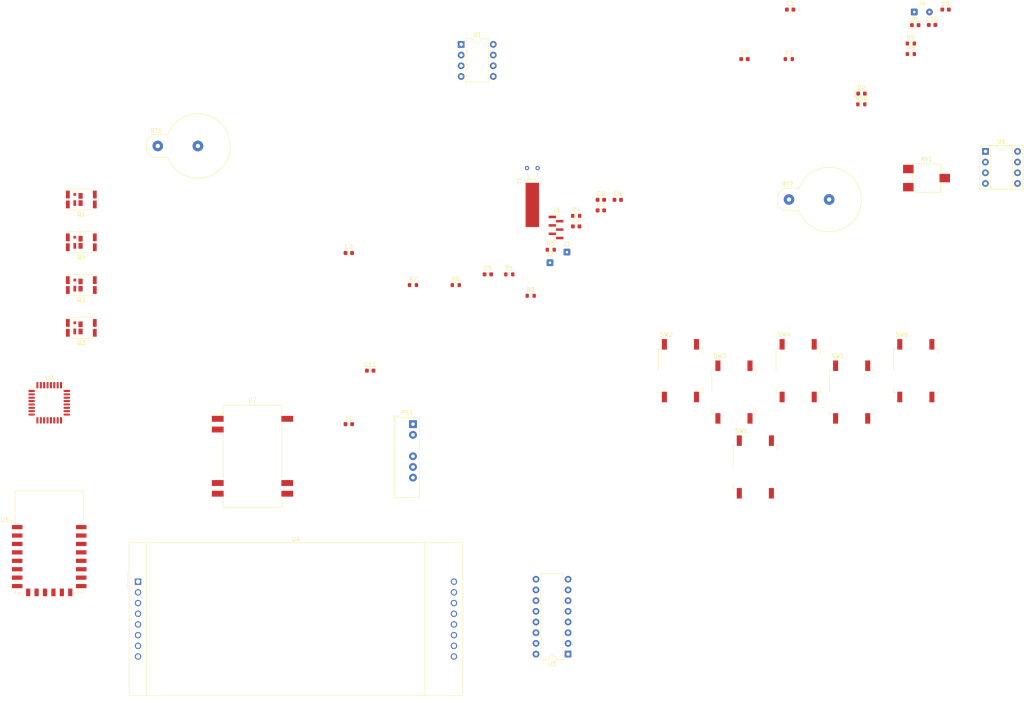
<source format=kicad_pcb>
(kicad_pcb (version 20211014) (generator pcbnew)
  (layers (0 "F.Cu" signal) (31 "B.Cu" signal) (34 "B.Paste" user) (35 "F.Paste" user) (36 "B.SilkS" user "B.Silkscreen") (37 "F.SilkS" user "F.Silkscreen") (38 "B.Mask" user) (39 "F.Mask" user) (44 "Edge.Cuts" user))
  (net 0 "")
  (net 1 "Net-(BT1-Pad1)")
  (net 2 "GND")
  (net 3 "Net-(BT2-Pad1)")
  (net 4 "Net-(BT2-Pad2)")
  (net 5 "Net-(C1-Pad1)")
  (net 6 "Net-(C2-Pad1)")
  (net 7 "+5V")
  (net 8 "+3.3V")
  (net 9 "/Sensors/Aout")
  (net 10 "/Sensors/GND")
  (net 11 "Net-(C10-Pad1)")
  (net 12 "/Power supply/5V Output")
  (net 13 "Net-(C11-Pad2)")
  (net 14 "Net-(D1-Pad1)")
  (net 15 "/Sensors/VCC")
  (net 16 "Net-(D2-Pad2)")
  (net 17 "/V1")
  (net 18 "SWCLK")
  (net 19 "SWDIO")
  (net 20 "NRST")
  (net 22 "Net-(L1-Pad2)")
  (net 24 "/Power supply/3.3V Output")
  (net 25 "Net-(Q1-Pad2)")
  (net 26 "+24V")
  (net 27 "/V3")
  (net 28 "Net-(Q2-Pad2)")
  (net 29 "/V2")
  (net 30 "Net-(Q3-Pad2)")
  (net 31 "/V4")
  (net 32 "Net-(Q4-Pad2)")
  (net 33 "I2C2_SCL")
  (net 34 "Q1")
  (net 35 "Q3")
  (net 36 "Q2")
  (net 37 "Q4")
  (net 38 "Net-(R7-Pad2)")
  (net 39 "/Sensors/Dout")
  (net 40 "/Buttons/SW1")
  (net 43 "/Buttons/SW2")
  (net 46 "/Buttons/SW3")
  (net 49 "/Buttons/SW4")
  (net 52 "/Buttons/SW5")
  (net 55 "/Buttons/SW6")
  (net 58 "I2C2_SDA")
  (net 60 "SW6")
  (net 64 "ADC_IN1")
  (net 65 "USART2_TX")
  (net 66 "USART2_RX")
  (net 67 "ADC1_IN4")
  (net 72 "I2C1_SCL")
  (net 73 "GPIO_Input")
  (net 74 "I2C1_SDA")
  (net 76 "SW1")
  (net 77 "SW2")
  (net 78 "SW3")
  (net 79 "SW4")
  (net 80 "SW5")
  (net 84 "Net-(U3-Pad4)")
  (net 85 "Net-(U3-Pad5)")
  (net 86 "Net-(U3-Pad6)")
  (net 87 "Net-(U3-Pad7)")
  (net 88 "Net-(U3-Pad9)")
  (net 89 "Net-(U3-Pad10)")
  (net 90 "Net-(U3-Pad11)")
  (net 91 "Net-(U3-Pad12)")
  (footprint "Resistor_SMD:R_0603_1608Metric" (layer "F.Cu") (at 203.52 40.33)
    (fp_text reference "R3" (at 0 -1.43) (layer "F.SilkS"))
    (fp_text value "10k")
    (pad "1" smd roundrect (at -0.825 0) (size 0.8 0.95) (layers "F.Cu" "F.Paste" "F.Mask") (net 25 "Net-(Q1-Pad2)"))
    (pad "2" smd roundrect (at 0.825 0) (size 0.8 0.95) (layers "F.Cu" "F.Paste" "F.Mask") (net 34 "Q1"))
  )
  (footprint "Package_DirectFET:DirectFET_MD" (layer "F.Cu") (at 35.56 93.98)
    (fp_text reference "Q2" (at 0 3.5) (layer "F.SilkS"))
    (fp_text value "Valve 3 power")
    (pad "1" smd rect (at -3.2 1.175) (size 0.9 1.85) (layers "F.Cu" "F.Paste" "F.Mask") (net 27 "/V3"))
    (pad "1" smd rect (at 3.2 -1.175) (size 0.9 1.85) (layers "F.Cu" "F.Paste" "F.Mask") (net 27 "/V3"))
    (pad "1" smd rect (at 3.2 1.175) (size 0.9 1.85) (layers "F.Cu" "F.Paste" "F.Mask") (net 27 "/V3"))
    (pad "1" smd rect (at -3.2 -1.175) (size 0.9 1.85) (layers "F.Cu" "F.Paste" "F.Mask") (net 27 "/V3"))
    (pad "2" smd rect (at -1.55 -1.2) (size 0.65 0.65) (layers "F.Cu" "F.Paste" "F.Mask") (net 28 "Net-(Q2-Pad2)"))
    (pad "3" smd rect (at -0.175 0.85) (size 1 1.35) (layers "F.Cu" "F.Paste" "F.Mask") (net 26 "+24V"))
    (pad "3" smd rect (at -1.55 0.85) (size 0.65 1.35) (layers "F.Cu" "F.Paste" "F.Mask") (net 26 "+24V"))
    (pad "3" smd rect (at -0.175 -0.85) (size 1 1.35) (layers "F.Cu" "F.Paste" "F.Mask") (net 26 "+24V"))
  )
  (footprint "Package_DIP:DIP-8_W7.62mm" (layer "F.Cu") (at 125.74 36.84)
    (fp_text reference "U1" (at 3.81 -2.33) (layer "F.SilkS"))
    (fp_text value "DS1307N+")
    (pad "1" thru_hole rect (at 0 0) (size 1.6 1.6) (drill 0.8) (layers *.Cu *.Mask) (net 5 "Net-(C1-Pad1)"))
    (pad "2" thru_hole oval (at 0 2.54) (size 1.6 1.6) (drill 0.8) (layers *.Cu *.Mask) (net 6 "Net-(C2-Pad1)"))
    (pad "3" thru_hole oval (at 0 5.08) (size 1.6 1.6) (drill 0.8) (layers *.Cu *.Mask) (net 1 "Net-(BT1-Pad1)"))
    (pad "4" thru_hole oval (at 0 7.62) (size 1.6 1.6) (drill 0.8) (layers *.Cu *.Mask) (net 2 "GND"))
    (pad "5" thru_hole oval (at 7.62 7.62) (size 1.6 1.6) (drill 0.8) (layers *.Cu *.Mask) (net 58 "I2C2_SDA"))
    (pad "6" thru_hole oval (at 7.62 5.08) (size 1.6 1.6) (drill 0.8) (layers *.Cu *.Mask) (net 33 "I2C2_SCL"))
    (pad "7" thru_hole oval (at 7.62 2.54) (size 1.6 1.6) (drill 0.8) (layers *.Cu *.Mask))
    (pad "8" thru_hole oval (at 7.62 0) (size 1.6 1.6) (drill 0.8) (layers *.Cu *.Mask) (net 7 "+5V"))
  )
  (footprint "Potentiometer_SMD:Potentiometer_ACP_CA6-VSMD_Vertical" (layer "F.Cu") (at 236.22 68.58)
    (fp_text reference "RV1" (at 0 -4.5) (layer "F.SilkS"))
    (fp_text value "10k")
    (pad "1" smd rect (at -4.325 2.15) (size 2.5 2) (layers "F.Cu" "F.Paste" "F.Mask") (net 15 "/Sensors/VCC"))
    (pad "2" smd rect (at 4.325 0) (size 2.5 2) (layers "F.Cu" "F.Paste" "F.Mask") (net 11 "Net-(C10-Pad1)"))
    (pad "3" smd rect (at -4.325 -2.15) (size 2.5 2) (layers "F.Cu" "F.Paste" "F.Mask") (net 10 "/Sensors/GND"))
  )
  (footprint "Battery:BatteryHolder_Keystone_500" (layer "F.Cu") (at 203.573395 73.66)
    (fp_text reference "BT2" (at -0.35 -3.6) (layer "F.SilkS"))
    (fp_text value "3V")
    (pad "1" thru_hole circle (at 0 0) (size 2.5 2.5) (drill 1.02) (layers *.Cu *.Mask) (net 3 "Net-(BT2-Pad1)"))
    (pad "2" thru_hole circle (at 9.53 0) (size 2.54 2.54) (drill 1.02) (layers *.Cu *.Mask) (net 4 "Net-(BT2-Pad2)"))
  )
  (footprint "Capacitor_SMD:C_0603_1608Metric" (layer "F.Cu") (at 162.91 73.74)
    (fp_text reference "C6" (at 0 -1.43) (layer "F.SilkS"))
    (fp_text value "100nF")
    (pad "1" smd roundrect (at -0.775 0) (size 0.9 0.95) (layers "F.Cu" "F.Paste" "F.Mask") (net 8 "+3.3V"))
    (pad "2" smd roundrect (at 0.775 0) (size 0.9 0.95) (layers "F.Cu" "F.Paste" "F.Mask") (net 2 "GND"))
  )
  (footprint "Package_DIP:DIP-16_W7.62mm" (layer "F.Cu") (at 151.12 181.595 180)
    (fp_text reference "U3" (at 3.81 -2.33) (layer "F.SilkS"))
    (fp_text value "PCF8574")
    (pad "1" thru_hole rect (at 0 0 180) (size 1.6 1.6) (drill 0.8) (layers *.Cu *.Mask))
    (pad "2" thru_hole oval (at 0 2.54 180) (size 1.6 1.6) (drill 0.8) (layers *.Cu *.Mask))
    (pad "3" thru_hole oval (at 0 5.08 180) (size 1.6 1.6) (drill 0.8) (layers *.Cu *.Mask))
    (pad "4" thru_hole oval (at 0 7.62 180) (size 1.6 1.6) (drill 0.8) (layers *.Cu *.Mask) (net 84 "Net-(U3-Pad4)"))
    (pad "5" thru_hole oval (at 0 10.16 180) (size 1.6 1.6) (drill 0.8) (layers *.Cu *.Mask) (net 85 "Net-(U3-Pad5)"))
    (pad "6" thru_hole oval (at 0 12.7 180) (size 1.6 1.6) (drill 0.8) (layers *.Cu *.Mask) (net 86 "Net-(U3-Pad6)"))
    (pad "7" thru_hole oval (at 0 15.24 180) (size 1.6 1.6) (drill 0.8) (layers *.Cu *.Mask) (net 87 "Net-(U3-Pad7)"))
    (pad "8" thru_hole oval (at 0 17.78 180) (size 1.6 1.6) (drill 0.8) (layers *.Cu *.Mask) (net 2 "GND"))
    (pad "9" thru_hole oval (at 7.62 17.78 180) (size 1.6 1.6) (drill 0.8) (layers *.Cu *.Mask) (net 88 "Net-(U3-Pad9)"))
    (pad "10" thru_hole oval (at 7.62 15.24 180) (size 1.6 1.6) (drill 0.8) (layers *.Cu *.Mask) (net 89 "Net-(U3-Pad10)"))
    (pad "11" thru_hole oval (at 7.62 12.7 180) (size 1.6 1.6) (drill 0.8) (layers *.Cu *.Mask) (net 90 "Net-(U3-Pad11)"))
    (pad "12" thru_hole oval (at 7.62 10.16 180) (size 1.6 1.6) (drill 0.8) (layers *.Cu *.Mask) (net 91 "Net-(U3-Pad12)"))
    (pad "13" thru_hole oval (at 7.62 7.62 180) (size 1.6 1.6) (drill 0.8) (layers *.Cu *.Mask))
    (pad "14" thru_hole oval (at 7.62 5.08 180) (size 1.6 1.6) (drill 0.8) (layers *.Cu *.Mask) (net 72 "I2C1_SCL"))
    (pad "15" thru_hole oval (at 7.62 2.54 180) (size 1.6 1.6) (drill 0.8) (layers *.Cu *.Mask) (net 74 "I2C1_SDA"))
    (pad "16" thru_hole oval (at 7.62 0 180) (size 1.6 1.6) (drill 0.8) (layers *.Cu *.Mask) (net 8 "+3.3V"))
  )
  (footprint "Resistor_SMD:R_0603_1608Metric" (layer "F.Cu") (at 137.16 91.44)
    (fp_text reference "R1" (at 0 -1.43) (layer "F.SilkS"))
    (fp_text value "3k")
    (pad "1" smd roundrect (at -0.825 0) (size 0.8 0.95) (layers "F.Cu" "F.Paste" "F.Mask") (net 7 "+5V"))
    (pad "2" smd roundrect (at 0.825 0) (size 0.8 0.95) (layers "F.Cu" "F.Paste" "F.Mask") (net 33 "I2C2_SCL"))
  )
  (footprint "Resistor_SMD:R_0603_1608Metric" (layer "F.Cu") (at 220.74 51.07)
    (fp_text reference "R10" (at 0 -1.43) (layer "F.SilkS"))
    (fp_text value "1k")
    (pad "1" smd roundrect (at -0.825 0) (size 0.8 0.95) (layers "F.Cu" "F.Paste" "F.Mask") (net 15 "/Sensors/VCC"))
    (pad "2" smd roundrect (at 0.825 0) (size 0.8 0.95) (layers "F.Cu" "F.Paste" "F.Mask") (net 16 "Net-(D2-Pad2)"))
  )
  (footprint "Capacitor_SMD:C_0603_1608Metric" (layer "F.Cu") (at 240.74 28.58)
    (fp_text reference "C9" (at 0 -1.43) (layer "F.SilkS"))
    (fp_text value "104")
    (pad "1" smd roundrect (at -0.775 0) (size 0.9 0.95) (layers "F.Cu" "F.Paste" "F.Mask") (net 9 "/Sensors/Aout"))
    (pad "2" smd roundrect (at 0.775 0) (size 0.9 0.95) (layers "F.Cu" "F.Paste" "F.Mask") (net 10 "/Sensors/GND"))
  )
  (footprint "LED_SMD:LED_0603_1608Metric" (layer "F.Cu") (at 220.78 48.52)
    (fp_text reference "D2" (at 0 -1.43) (layer "F.SilkS"))
    (fp_text value "Power LED")
    (pad "1" smd roundrect (at -0.7875 0) (size 0.875 0.95) (layers "F.Cu" "F.Paste" "F.Mask") (net 10 "/Sensors/GND"))
    (pad "2" smd roundrect (at 0.7875 0) (size 0.875 0.95) (layers "F.Cu" "F.Paste" "F.Mask") (net 16 "Net-(D2-Pad2)"))
  )
  (footprint "Connector_PinHeader_1.00mm:PinHeader_1x06_P1.00mm_Vertical_SMD_Pin1Left" (layer "F.Cu") (at 148.26 80.31)
    (fp_text reference "J3" (at 0 -4.06) (layer "F.SilkS"))
    (fp_text value "Conn_01x06")
    (pad "1" smd rect (at -0.875 -2.5) (size 1.75 0.6) (layers "F.Cu" "F.Paste" "F.Mask") (net 8 "+3.3V"))
    (pad "2" smd rect (at 0.875 -1.5) (size 1.75 0.6) (layers "F.Cu" "F.Paste" "F.Mask") (net 18 "SWCLK"))
    (pad "3" smd rect (at -0.875 -0.5) (size 1.75 0.6) (layers "F.Cu" "F.Paste" "F.Mask") (net 2 "GND"))
    (pad "4" smd rect (at 0.875 0.5) (size 1.75 0.6) (layers "F.Cu" "F.Paste" "F.Mask") (net 19 "SWDIO"))
    (pad "5" smd rect (at -0.875 1.5) (size 1.75 0.6) (layers "F.Cu" "F.Paste" "F.Mask") (net 20 "NRST"))
    (pad "6" smd rect (at 0.875 2.5) (size 1.75 0.6) (layers "F.Cu" "F.Paste" "F.Mask"))
  )
  (footprint "Resistor_SMD:R_0603_1608Metric" (layer "F.Cu") (at 232.49 39.14)
    (fp_text reference "R8" (at 0 -1.43) (layer "F.SilkS"))
    (fp_text value "10k")
    (pad "1" smd roundrect (at -0.825 0) (size 0.8 0.95) (layers "F.Cu" "F.Paste" "F.Mask") (net 15 "/Sensors/VCC"))
    (pad "2" smd roundrect (at 0.825 0) (size 0.8 0.95) (layers "F.Cu" "F.Paste" "F.Mask") (net 9 "/Sensors/Aout"))
  )
  (footprint "Capacitor_SMD:C_0603_1608Metric" (layer "F.Cu") (at 237.54 32.23)
    (fp_text reference "C10" (at 0 -1.43) (layer "F.SilkS"))
    (fp_text value "104")
    (pad "1" smd roundrect (at -0.775 0) (size 0.9 0.95) (layers "F.Cu" "F.Paste" "F.Mask") (net 11 "Net-(C10-Pad1)"))
    (pad "2" smd roundrect (at 0.775 0) (size 0.9 0.95) (layers "F.Cu" "F.Paste" "F.Mask") (net 10 "/Sensors/GND"))
  )
  (footprint "Capacitor_SMD:C_0603_1608Metric" (layer "F.Cu") (at 158.9 76.25)
    (fp_text reference "C3" (at 0 -1.43) (layer "F.SilkS"))
    (fp_text value "100nF")
    (pad "1" smd roundrect (at -0.775 0) (size 0.9 0.95) (layers "F.Cu" "F.Paste" "F.Mask") (net 7 "+5V"))
    (pad "2" smd roundrect (at 0.775 0) (size 0.9 0.95) (layers "F.Cu" "F.Paste" "F.Mask") (net 2 "GND"))
  )
  (footprint "Resistor_SMD:R_0603_1608Metric" (layer "F.Cu") (at 114.3 93.98)
    (fp_text reference "R7" (at 0 -1.43) (layer "F.SilkS"))
    (fp_text value "100k")
    (pad "1" smd roundrect (at -0.825 0) (size 0.8 0.95) (layers "F.Cu" "F.Paste" "F.Mask") (net 8 "+3.3V"))
    (pad "2" smd roundrect (at 0.825 0) (size 0.8 0.95) (layers "F.Cu" "F.Paste" "F.Mask") (net 38 "Net-(R7-Pad2)"))
  )
  (footprint "Resistor_SMD:R_0603_1608Metric" (layer "F.Cu") (at 232.49 36.63)
    (fp_text reference "R9" (at 0 -1.43) (layer "F.SilkS"))
    (fp_text value "1k")
    (pad "1" smd roundrect (at -0.825 0) (size 0.8 0.95) (layers "F.Cu" "F.Paste" "F.Mask") (net 14 "Net-(D1-Pad1)"))
    (pad "2" smd roundrect (at 0.825 0) (size 0.8 0.95) (layers "F.Cu" "F.Paste" "F.Mask") (net 39 "/Sensors/Dout"))
  )
  (footprint "Inductor_SMD:L_0603_1608Metric" (layer "F.Cu") (at 99.06 127)
    (fp_text reference "L1" (at 0 -1.43) (layer "F.SilkS"))
    (fp_text value "18uH")
    (pad "1" smd roundrect (at -0.7875 0) (size 0.875 0.95) (layers "F.Cu" "F.Paste" "F.Mask") (net 12 "/Power supply/5V Output"))
    (pad "2" smd roundrect (at 0.7875 0) (size 0.875 0.95) (layers "F.Cu" "F.Paste" "F.Mask") (net 22 "Net-(L1-Pad2)"))
  )
  (footprint "Package_QFP:LQFP-32_7x7mm_P0.8mm" (layer "F.Cu") (at 27.94 121.92)
    (fp_text reference "U2" (at 0 -5.88) (layer "F.SilkS"))
    (fp_text value "STM32G071KxT")
    (pad "1" smd roundrect (at -4.175 -2.8) (size 1.5 0.5) (layers "F.Cu" "F.Paste" "F.Mask") (net 60 "SW6"))
    (pad "2" smd roundrect (at -4.175 -2) (size 1.5 0.5) (layers "F.Cu" "F.Paste" "F.Mask"))
    (pad "3" smd roundrect (at -4.175 -1.2) (size 1.5 0.5) (layers "F.Cu" "F.Paste" "F.Mask"))
    (pad "4" smd roundrect (at -4.175 -0.4) (size 1.5 0.5) (layers "F.Cu" "F.Paste" "F.Mask") (net 8 "+3.3V"))
    (pad "5" smd roundrect (at -4.175 0.4) (size 1.5 0.5) (layers "F.Cu" "F.Paste" "F.Mask") (net 2 "GND"))
    (pad "6" smd roundrect (at -4.175 1.2) (size 1.5 0.5) (layers "F.Cu" "F.Paste" "F.Mask") (net 20 "NRST"))
    (pad "7" smd roundrect (at -4.175 2) (size 1.5 0.5) (layers "F.Cu" "F.Paste" "F.Mask"))
    (pad "8" smd roundrect (at -4.175 2.8) (size 1.5 0.5) (layers "F.Cu" "F.Paste" "F.Mask") (net 64 "ADC_IN1"))
    (pad "9" smd roundrect (at -2.8 4.175) (size 0.5 1.5) (layers "F.Cu" "F.Paste" "F.Mask") (net 65 "USART2_TX"))
    (pad "10" smd roundrect (at -2 4.175) (size 0.5 1.5) (layers "F.Cu" "F.Paste" "F.Mask") (net 66 "USART2_RX"))
    (pad "11" smd roundrect (at -1.2 4.175) (size 0.5 1.5) (layers "F.Cu" "F.Paste" "F.Mask") (net 67 "ADC1_IN4"))
    (pad "12" smd roundrect (at -0.4 4.175) (size 0.5 1.5) (layers "F.Cu" "F.Paste" "F.Mask"))
    (pad "13" smd roundrect (at 0.4 4.175) (size 0.5 1.5) (layers "F.Cu" "F.Paste" "F.Mask"))
    (pad "14" smd roundrect (at 1.2 4.175) (size 0.5 1.5) (layers "F.Cu" "F.Paste" "F.Mask"))
    (pad "15" smd roundrect (at 2 4.175) (size 0.5 1.5) (layers "F.Cu" "F.Paste" "F.Mask") (net 34 "Q1"))
    (pad "16" smd roundrect (at 2.8 4.175) (size 0.5 1.5) (layers "F.Cu" "F.Paste" "F.Mask") (net 36 "Q2"))
    (pad "17" smd roundrect (at 4.175 2.8) (size 1.5 0.5) (layers "F.Cu" "F.Paste" "F.Mask") (net 35 "Q3"))
    (pad "18" smd roundrect (at 4.175 2) (size 1.5 0.5) (layers "F.Cu" "F.Paste" "F.Mask"))
    (pad "19" smd roundrect (at 4.175 1.2) (size 1.5 0.5) (layers "F.Cu" "F.Paste" "F.Mask") (net 72 "I2C1_SCL"))
    (pad "20" smd roundrect (at 4.175 0.4) (size 1.5 0.5) (layers "F.Cu" "F.Paste" "F.Mask") (net 73 "GPIO_Input"))
    (pad "21" smd roundrect (at 4.175 -0.4) (size 1.5 0.5) (layers "F.Cu" "F.Paste" "F.Mask") (net 74 "I2C1_SDA"))
    (pad "22" smd roundrect (at 4.175 -1.2) (size 1.5 0.5) (layers "F.Cu" "F.Paste" "F.Mask") (net 33 "I2C2_SCL"))
    (pad "23" smd roundrect (at 4.175 -2) (size 1.5 0.5) (layers "F.Cu" "F.Paste" "F.Mask") (net 58 "I2C2_SDA"))
    (pad "24" smd roundrect (at 4.175 -2.8) (size 1.5 0.5) (layers "F.Cu" "F.Paste" "F.Mask") (net 19 "SWDIO"))
    (pad "25" smd roundrect (at 2.8 -4.175) (size 0.5 1.5) (layers "F.Cu" "F.Paste" "F.Mask") (net 18 "SWCLK"))
    (pad "26" smd roundrect (at 2 -4.175) (size 0.5 1.5) (layers "F.Cu" "F.Paste" "F.Mask"))
    (pad "27" smd roundrect (at 1.2 -4.175) (size 0.5 1.5) (layers "F.Cu" "F.Paste" "F.Mask") (net 37 "Q4"))
    (pad "28" smd roundrect (at 0.4 -4.175) (size 0.5 1.5) (layers "F.Cu" "F.Paste" "F.Mask") (net 76 "SW1"))
    (pad "29" smd roundrect (at -0.4 -4.175) (size 0.5 1.5) (layers "F.Cu" "F.Paste" "F.Mask") (net 77 "SW2"))
    (pad "30" smd roundrect (at -1.2 -4.175) (size 0.5 1.5) (layers "F.Cu" "F.Paste" "F.Mask") (net 78 "SW3"))
    (pad "31" smd roundrect (at -2 -4.175) (size 0.5 1.5) (layers "F.Cu" "F.Paste" "F.Mask") (net 79 "SW4"))
    (pad "32" smd roundrect (at -2.8 -4.175) (size 0.5 1.5) (layers "F.Cu" "F.Paste" "F.Mask") (net 80 "SW5"))
  )
  (footprint "Button_Switch_SMD:SW_MEC_5GSH9" (layer "F.Cu") (at 218.44 119.38)
    (fp_text reference "SW5" (at -3.325 -8.575 180) (layer "F.SilkS"))
    (fp_text value "SW_MEC_5E")
    (pad "1" smd rect (at -3.81 -6.25 90) (size 2.5 1.2) (layers "F.Cu" "F.Paste" "F.Mask") (net 52 "/Buttons/SW5"))
    (pad "2" smd rect (at -3.81 6.25 90) (size 2.5 1.2) (layers "F.Cu" "F.Paste" "F.Mask"))
    (pad "3" smd rect (at 3.81 -6.25 90) (size 2.5 1.2) (layers "F.Cu" "F.Paste" "F.Mask") (net 2 "GND"))
    (pad "4" smd rect (at 3.81 6.25 90) (size 2.5 1.2) (layers "F.Cu" "F.Paste" "F.Mask"))
  )
  (footprint "Button_Switch_SMD:SW_MEC_5GSH9" (layer "F.Cu") (at 233.68 114.3)
    (fp_text reference "SW6" (at -3.325 -8.575 180) (layer "F.SilkS"))
    (fp_text value "SW_MEC_5E")
    (pad "1" smd rect (at -3.81 -6.25 90) (size 2.5 1.2) (layers "F.Cu" "F.Paste" "F.Mask") (net 55 "/Buttons/SW6"))
    (pad "2" smd rect (at -3.81 6.25 90) (size 2.5 1.2) (layers "F.Cu" "F.Paste" "F.Mask"))
    (pad "3" smd rect (at 3.81 -6.25 90) (size 2.5 1.2) (layers "F.Cu" "F.Paste" "F.Mask") (net 2 "GND"))
    (pad "4" smd rect (at 3.81 6.25 90) (size 2.5 1.2) (layers "F.Cu" "F.Paste" "F.Mask"))
  )
  (footprint "Capacitor_SMD:C_0603_1608Metric" (layer "F.Cu") (at 104.14 114.3)
    (fp_text reference "C11" (at 0 -1.43) (layer "F.SilkS"))
    (fp_text value "2.2uF")
    (pad "1" smd roundrect (at -0.775 0) (size 0.9 0.95) (layers "F.Cu" "F.Paste" "F.Mask") (net 12 "/Power supply/5V Output"))
    (pad "2" smd roundrect (at 0.775 0) (size 0.9 0.95) (layers "F.Cu" "F.Paste" "F.Mask") (net 13 "Net-(C11-Pad2)"))
  )
  (footprint "Connector_Wire:SolderWire-0.1sqmm_1x01_D0.4mm_OD1mm" (layer "F.Cu") (at 146.83 88.67)
    (fp_text reference "J2" (at 0 -2) (layer "F.SilkS"))
    (fp_text value "Valve output ground")
    (pad "1" thru_hole roundrect (at 0 0) (size 1.6 1.6) (drill 0.6) (layers *.Cu *.Mask) (roundrect_rratio 0.15625) (net 2 "GND"))
  )
  (footprint "RF_Module:ESP-12E" (layer "F.Cu") (at 27.94 154.94)
    (fp_text reference "U5" (at -10.56 -5.26) (layer "F.SilkS"))
    (fp_text value "ESP-12E")
    (pad "1" smd rect (at -7.6 -3.5) (size 2.5 1) (layers "F.Cu" "F.Paste" "F.Mask") (net 38 "Net-(R7-Pad2)"))
    (pad "2" smd rect (at -7.6 -1.5) (size 2.5 1) (layers "F.Cu" "F.Paste" "F.Mask") (net 67 "ADC1_IN4"))
    (pad "3" smd rect (at -7.6 0.5) (size 2.5 1) (layers "F.Cu" "F.Paste" "F.Mask") (net 8 "+3.3V"))
    (pad "4" smd rect (at -7.6 2.5) (size 2.5 1) (layers "F.Cu" "F.Paste" "F.Mask"))
    (pad "5" smd rect (at -7.6 4.5) (size 2.5 1) (layers "F.Cu" "F.Paste" "F.Mask"))
    (pad "6" smd rect (at -7.6 6.5) (size 2.5 1) (layers "F.Cu" "F.Paste" "F.Mask"))
    (pad "7" smd rect (at -7.6 8.5) (size 2.5 1) (layers "F.Cu" "F.Paste" "F.Mask"))
    (pad "8" smd rect (at -7.6 10.5) (size 2.5 1) (layers "F.Cu" "F.Paste" "F.Mask") (net 8 "+3.3V"))
    (pad "9" smd rect (at -5 12) (size 1 1.8) (layers "F.Cu" "F.Paste" "F.Mask"))
    (pad "10" smd rect (at -3 12) (size 1 1.8) (layers "F.Cu" "F.Paste" "F.Mask"))
    (pad "11" smd rect (at -1 12) (size 1 1.8) (layers "F.Cu" "F.Paste" "F.Mask"))
    (pad "12" smd rect (at 1 12) (size 1 1.8) (layers "F.Cu" "F.Paste" "F.Mask"))
    (pad "13" smd rect (at 3 12) (size 1 1.8) (layers "F.Cu" "F.Paste" "F.Mask"))
    (pad "14" smd rect (at 5 12) (size 1 1.8) (layers "F.Cu" "F.Paste" "F.Mask"))
    (pad "15" smd rect (at 7.6 10.5) (size 2.5 1) (layers "F.Cu" "F.Paste" "F.Mask") (net 2 "GND"))
    (pad "16" smd rect (at 7.6 8.5) (size 2.5 1) (layers "F.Cu" "F.Paste" "F.Mask"))
    (pad "17" smd rect (at 7.6 6.5) (size 2.5 1) (layers "F.Cu" "F.Paste" "F.Mask"))
    (pad "18" smd rect (at 7.6 4.5) (size 2.5 1) (layers "F.Cu" "F.Paste" "F.Mask"))
    (pad "19" smd rect (at 7.6 2.5) (size 2.5 1) (layers "F.Cu" "F.Paste" "F.Mask"))
    (pad "20" smd rect (at 7.6 0.5) (size 2.5 1) (layers "F.Cu" "F.Paste" "F.Mask"))
    (pad "21" smd rect (at 7.6 -1.5) (size 2.5 1) (layers "F.Cu" "F.Paste" "F.Mask") (net 66 "USART2_RX"))
    (pad "22" smd rect (at 7.6 -3.5) (size 2.5 1) (layers "F.Cu" "F.Paste" "F.Mask") (net 65 "USART2_TX"))
  )
  (footprint "Battery:BatteryHolder_Keystone_500" (layer "F.Cu") (at 53.713395 60.96)
    (fp_text reference "BT1" (at -0.35 -3.6) (layer "F.SilkS"))
    (fp_text value "3V")
    (pad "1" thru_hole circle (at 0 0) (size 2.5 2.5) (drill 1.02) (layers *.Cu *.Mask) (net 1 "Net-(BT1-Pad1)"))
    (pad "2" thru_hole circle (at 9.53 0) (size 2.54 2.54) (drill 1.02) (layers *.Cu *.Mask) (net 2 "GND"))
  )
  (footprint "Converter_DCDC:Converter_DCDC_XP_POWER-IAxxxxS_THT" (layer "F.Cu") (at 114.3 127)
    (fp_text reference "PS1" (at -1.39 -2.73) (layer "F.SilkS"))
    (fp_text value "IA0503S")
    (pad "1" thru_hole rect (at 0 0) (size 1.85 1.85) (drill 0.85) (layers *.Cu *.Mask) (net 22 "Net-(L1-Pad2)"))
    (pad "2" thru_hole circle (at 0 2.54) (size 1.85 1.85) (drill 0.85) (layers *.Cu *.Mask) (net 13 "Net-(C11-Pad2)"))
    (pad "4" thru_hole circle (at 0 7.62) (size 1.85 1.85) (drill 0.85) (layers *.Cu *.Mask) (net 2 "GND"))
    (pad "5" thru_hole circle (at 0 10.16) (size 1.85 1.85) (drill 0.85) (layers *.Cu *.Mask))
    (pad "6" thru_hole circle (at 0 12.7) (size 1.85 1.85) (drill 0.85) (layers *.Cu *.Mask) (net 24 "/Power supply/3.3V Output"))
  )
  (footprint "Package_DirectFET:DirectFET_MD" (layer "F.Cu") (at 35.56 73.66)
    (fp_text reference "Q1" (at 0 3.5) (layer "F.SilkS"))
    (fp_text value "Valve 1 power")
    (pad "1" smd rect (at -3.2 -1.175) (size 0.9 1.85) (layers "F.Cu" "F.Paste" "F.Mask") (net 17 "/V1"))
    (pad "1" smd rect (at -3.2 1.175) (size 0.9 1.85) (layers "F.Cu" "F.Paste" "F.Mask") (net 17 "/V1"))
    (pad "1" smd rect (at 3.2 1.175) (size 0.9 1.85) (layers "F.Cu" "F.Paste" "F.Mask") (net 17 "/V1"))
    (pad "1" smd rect (at 3.2 -1.175) (size 0.9 1.85) (layers "F.Cu" "F.Paste" "F.Mask") (net 17 "/V1"))
    (pad "2" smd rect (at -1.55 -1.2) (size 0.65 0.65) (layers "F.Cu" "F.Paste" "F.Mask") (net 25 "Net-(Q1-Pad2)"))
    (pad "3" smd rect (at -0.175 0.85) (size 1 1.35) (layers "F.Cu" "F.Paste" "F.Mask") (net 26 "+24V"))
    (pad "3" smd rect (at -0.175 -0.85) (size 1 1.35) (layers "F.Cu" "F.Paste" "F.Mask") (net 26 "+24V"))
    (pad "3" smd rect (at -1.55 0.85) (size 0.65 1.35) (layers "F.Cu" "F.Paste" "F.Mask") (net 26 "+24V"))
  )
  (footprint "Capacitor_SMD:C_0603_1608Metric" (layer "F.Cu") (at 203.84 28.58)
    (fp_text reference "C1" (at 0 -1.43) (layer "F.SilkS"))
    (fp_text value "12.5pF")
    (pad "1" smd roundrect (at -0.775 0) (size 0.9 0.95) (layers "F.Cu" "F.Paste" "F.Mask") (net 5 "Net-(C1-Pad1)"))
    (pad "2" smd roundrect (at 0.775 0) (size 0.9 0.95) (layers "F.Cu" "F.Paste" "F.Mask") (net 2 "GND"))
  )
  (footprint "Button_Switch_SMD:SW_MEC_5GSH9" (layer "F.Cu") (at 195.58 137.16)
    (fp_text reference "SW1" (at -3.325 -8.575 180) (layer "F.SilkS"))
    (fp_text value "SW_MEC_5E")
    (pad "1" smd rect (at -3.81 -6.25 90) (size 2.5 1.2) (layers "F.Cu" "F.Paste" "F.Mask") (net 40 "/Buttons/SW1"))
    (pad "2" smd rect (at -3.81 6.25 90) (size 2.5 1.2) (layers "F.Cu" "F.Paste" "F.Mask"))
    (pad "3" smd rect (at 3.81 -6.25 90) (size 2.5 1.2) (layers "F.Cu" "F.Paste" "F.Mask") (net 2 "GND"))
    (pad "4" smd rect (at 3.81 6.25 90) (size 2.5 1.2) (layers "F.Cu" "F.Paste" "F.Mask"))
  )
  (footprint "Capacitor_SMD:C_0603_1608Metric" (layer "F.Cu") (at 132.08 91.44)
    (fp_text reference "C5" (at 0 -1.43) (layer "F.SilkS"))
    (fp_text value "100nF")
    (pad "1" smd roundrect (at -0.775 0) (size 0.9 0.95) (layers "F.Cu" "F.Paste" "F.Mask") (net 8 "+3.3V"))
    (pad "2" smd roundrect (at 0.775 0) (size 0.9 0.95) (layers "F.Cu" "F.Paste" "F.Mask") (net 2 "GND"))
  )
  (footprint "Resistor_SMD:R_0603_1608Metric" (layer "F.Cu") (at 124.46 93.98)
    (fp_text reference "R6" (at 0 -1.43) (layer "F.SilkS"))
    (fp_text value "10k")
    (pad "1" smd roundrect (at -0.825 0) (size 0.8 0.95) (layers "F.Cu" "F.Paste" "F.Mask") (net 32 "Net-(Q4-Pad2)"))
    (pad "2" smd roundrect (at 0.825 0) (size 0.8 0.95) (layers "F.Cu" "F.Paste" "F.Mask") (net 37 "Q4"))
  )
  (footprint "Capacitor_SMD:C_0603_1608Metric" (layer "F.Cu") (at 192.99 40.33)
    (fp_text reference "C7" (at 0 -1.43) (layer "F.SilkS"))
    (fp_text value "100nF")
    (pad "1" smd roundrect (at -0.775 0) (size 0.9 0.95) (layers "F.Cu" "F.Paste" "F.Mask") (net 8 "+3.3V"))
    (pad "2" smd roundrect (at 0.775 0) (size 0.9 0.95) (layers "F.Cu" "F.Paste" "F.Mask") (net 2 "GND"))
  )
  (footprint "Connector_Wire:SolderWire-0.1sqmm_1x02_P3.6mm_D0.4mm_OD1mm" (layer "F.Cu") (at 233.31 29.15)
    (fp_text reference "J4" (at 1.8 -2) (layer "F.SilkS"))
    (fp_text value "Conn_01x02")
    (pad "1" thru_hole roundrect (at 0 0) (size 1.6 1.6) (drill 0.6) (layers *.Cu *.Mask) (roundrect_rratio 0.15625) (net 10 "/Sensors/GND"))
    (pad "2" thru_hole circle (at 3.6 0) (size 1.6 1.6) (drill 0.6) (layers *.Cu *.Mask) (net 9 "/Sensors/Aout"))
  )
  (footprint "Button_Switch_SMD:SW_MEC_5GSH9" (layer "F.Cu") (at 177.8 114.3)
    (fp_text reference "SW2" (at -3.325 -8.575 180) (layer "F.SilkS"))
    (fp_text value "SW_MEC_5E")
    (pad "1" smd rect (at -3.81 -6.25 90) (size 2.5 1.2) (layers "F.Cu" "F.Paste" "F.Mask") (net 43 "/Buttons/SW2"))
    (pad "2" smd rect (at -3.81 6.25 90) (size 2.5 1.2) (layers "F.Cu" "F.Paste" "F.Mask"))
    (pad "3" smd rect (at 3.81 -6.25 90) (size 2.5 1.2) (layers "F.Cu" "F.Paste" "F.Mask") (net 2 "GND"))
    (pad "4" smd rect (at 3.81 6.25 90) (size 2.5 1.2) (layers "F.Cu" "F.Paste" "F.Mask"))
  )
  (footprint "Converter_DCDC:Converter_DCDC_Artesyn_ATA_SMD" (layer "F.Cu") (at 76.2 134.62)
    (fp_text reference "U7" (at 0 -13.35) (layer "F.SilkS"))
    (fp_text value "ATA00A18S-L")
    (pad "1" smd rect (at -8.25 -8.89) (size 2.8 1.4) (layers "F.Cu" "F.Paste" "F.Mask") (net 2 "GND"))
    (pad "2" smd rect (at -8.25 -6.35) (size 2.8 1.4) (layers "F.Cu" "F.Paste" "F.Mask"))
    (pad "7" smd rect (at -8.25 6.35) (size 2.8 1.4) (layers "F.Cu" "F.Paste" "F.Mask"))
    (pad "8" smd rect (at -8.25 8.89) (size 2.8 1.4) (layers "F.Cu" "F.Paste" "F.Mask"))
    (pad "9" smd rect (at 8.25 8.89) (size 2.8 1.4) (layers "F.Cu" "F.Paste" "F.Mask") (net 12 "/Power supply/5V Output"))
    (pad "10" smd rect (at 8.25 6.35) (size 2.8 1.4) (layers "F.Cu" "F.Paste" "F.Mask") (net 13 "Net-(C11-Pad2)"))
    (pad "16" smd rect (at 8.25 -8.89) (size 2.8 1.4) (layers "F.Cu" "F.Paste" "F.Mask") (net 26 "+24V"))
  )
  (footprint "Package_DirectFET:DirectFET_MD" (layer "F.Cu") (at 35.56 83.82)
    (fp_text reference "Q4" (at 0 3.5) (layer "F.SilkS"))
    (fp_text value "Valve 4 power")
    (pad "1" smd rect (at 3.2 -1.175) (size 0.9 1.85) (layers "F.Cu" "F.Paste" "F.Mask") (net 31 "/V4"))
    (pad "1" smd rect (at -3.2 -1.175) (size 0.9 1.85) (layers "F.Cu" "F.Paste" "F.Mask") (net 31 "/V4"))
    (pad "1" smd rect (at 3.2 1.175) (size 0.9 1.85) (layers "F.Cu" "F.Paste" "F.Mask") (net 31 "/V4"))
    (pad "1" smd rect (at -3.2 1.175) (size 0.9 1.85) (layers "F.Cu" "F.Paste" "F.Mask") (net 31 "/V4"))
    (pad "2" smd rect (at -1.55 -1.2) (size 0.65 0.65) (layers "F.Cu" "F.Paste" "F.Mask") (net 32 "Net-(Q4-Pad2)"))
    (pad "3" smd rect (at -0.175 0.85) (size 1 1.35) (layers "F.Cu" "F.Paste" "F.Mask") (net 26 "+24V"))
    (pad "3" smd rect (at -1.55 0.85) (size 0.65 1.35) (layers "F.Cu" "F.Paste" "F.Mask") (net 26 "+24V"))
    (pad "3" smd rect (at -0.175 -0.85) (size 1 1.35) (layers "F.Cu" "F.Paste" "F.Mask") (net 26 "+24V"))
  )
  (footprint "Resistor_SMD:R_0603_1608Metric" (layer "F.Cu") (at 142.24 96.52)
    (fp_text reference "R2" (at 0 -1.43) (layer "F.SilkS"))
    (fp_text value "3k")
    (pad "1" smd roundrect (at -0.825 0) (size 0.8 0.95) (layers "F.Cu" "F.Paste" "F.Mask") (net 7 "+5V"))
    (pad "2" smd roundrect (at 0.825 0) (size 0.8 0.95) (layers "F.Cu" "F.Paste" "F.Mask") (net 33 "I2C2_SCL"))
  )
  (footprint "Package_DirectFET:DirectFET_MD" (layer "F.Cu") (at 35.56 104.14)
    (fp_text reference "Q3" (at 0 3.5) (layer "F.SilkS"))
    (fp_text value "Valve 2 power")
    (pad "1" smd rect (at 3.2 1.175) (size 0.9 1.85) (layers "F.Cu" "F.Paste" "F.Mask") (net 29 "/V2"))
    (pad "1" smd rect (at -3.2 1.175) (size 0.9 1.85) (layers "F.Cu" "F.Paste" "F.Mask") (net 29 "/V2"))
    (pad "1" smd rect (at -3.2 -1.175) (size 0.9 1.85) (layers "F.Cu" "F.Paste" "F.Mask") (net 29 "/V2"))
    (pad "1" smd rect (at 3.2 -1.175) (size 0.9 1.85) (layers "F.Cu" "F.Paste" "F.Mask") (net 29 "/V2"))
    (pad "2" smd rect (at -1.55 -1.2) (size 0.65 0.65) (layers "F.Cu" "F.Paste" "F.Mask") (net 30 "Net-(Q3-Pad2)"))
    (pad "3" smd rect (at -0.175 -0.85) (size 1 1.35) (layers "F.Cu" "F.Paste" "F.Mask") (net 26 "+24V"))
    (pad "3" smd rect (at -1.55 0.85) (size 0.65 1.35) (layers "F.Cu" "F.Paste" "F.Mask") (net 26 "+24V"))
    (pad "3" smd rect (at -0.175 0.85) (size 1 1.35) (layers "F.Cu" "F.Paste" "F.Mask") (net 26 "+24V"))
  )
  (footprint "Connector_Wire:SolderWire-0.1sqmm_1x01_D0.4mm_OD1mm" (layer "F.Cu") (at 150.84 86.16)
    (fp_text reference "J1" (at 0 -2) (layer "F.SilkS"))
    (fp_text value "Valve input +24V")
    (pad "1" thru_hole roundrect (at 0 0) (size 1.6 1.6) (drill 0.6) (layers *.Cu *.Mask) (roundrect_rratio 0.15625) (net 17 "/V1"))
  )
  (footprint "Package_DIP:DIP-8_W7.62mm_Socket" (layer "F.Cu") (at 250.2 62.24)
    (fp_text reference "U6" (at 3.81 -2.33) (layer "F.SilkS"))
    (fp_text value "LM393")
    (pad "1" thru_hole rect (at 0 0) (size 1.6 1.6) (drill 0.8) (layers *.Cu *.Mask) (net 39 "/Sensors/Dout"))
    (pad "2" thru_hole oval (at 0 2.54) (size 1.6 1.6) (drill 0.8) (layers *.Cu *.Mask) (net 11 "Net-(C10-Pad1)"))
    (pad "3" thru_hole oval (at 0 5.08) (size 1.6 1.6) (drill 0.8) (layers *.Cu *.Mask) (net 9 "/Sensors/Aout"))
    (pad "4" thru_hole oval (at 0 7.62) (size 1.6 1.6) (drill 0.8) (layers *.Cu *.Mask) (net 10 "/Sensors/GND"))
    (pad "5" thru_hole oval (at 7.62 7.62) (size 1.6 1.6) (drill 0.8) (layers *.Cu *.Mask))
    (pad "6" thru_hole oval (at 7.62 5.08) (size 1.6 1.6) (drill 0.8) (layers *.Cu *.Mask))
    (pad "7" thru_hole oval (at 7.62 2.54) (size 1.6 1.6) (drill 0.8) (layers *.Cu *.Mask))
    (pad "8" thru_hole oval (at 7.62 0) (size 1.6 1.6) (drill 0.8) (layers *.Cu *.Mask) (net 15 "/Sensors/VCC"))
  )
  (footprint "Resistor_SMD:R_0603_1608Metric" (layer "F.Cu") (at 147.01 85.59)
    (fp_text reference "R5" (at 0 -1.43) (layer "F.SilkS"))
    (fp_text value "10k")
    (pad "1" smd roundrect (at -0.825 0) (size 0.8 0.95) (layers "F.Cu" "F.Paste" "F.Mask") (net 30 "Net-(Q3-Pad2)"))
    (pad "2" smd roundrect (at 0.825 0) (size 0.8 0.95) (layers "F.Cu" "F.Paste" "F.Mask") (net 36 "Q2"))
  )
  (footprint "Button_Switch_SMD:SW_MEC_5GSH9" (layer "F.Cu") (at 190.5 119.38)
    (fp_text reference "SW3" (at -3.325 -8.575 180) (layer "F.SilkS"))
    (fp_text value "SW_MEC_5E")
    (pad "1" smd rect (at -3.81 -6.25 90) (size 2.5 1.2) (layers "F.Cu" "F.Paste" "F.Mask") (net 46 "/Buttons/SW3"))
    (pad "2" smd rect (at -3.81 6.25 90) (size 2.5 1.2) (layers "F.Cu" "F.Paste" "F.Mask"))
    (pad "3" smd rect (at 3.81 -6.25 90) (size 2.5 1.2) (layers "F.Cu" "F.Paste" "F.Mask") (net 2 "GND"))
    (pad "4" smd rect (at 3.81 6.25 90) (size 2.5 1.2) (layers "F.Cu" "F.Paste" "F.Mask"))
  )
  (footprint "Capacitor_SMD:C_0603_1608Metric" (layer "F.Cu") (at 158.9 73.74)
    (fp_text reference "C8" (at 0 -1.43) (layer "F.SilkS"))
    (fp_text value "100nF")
    (pad "1" smd roundrect (at -0.775 0) (size 0.9 0.95) (layers "F.Cu" "F.Paste" "F.Mask") (net 8 "+3.3V"))
    (pad "2" smd roundrect (at 0.775 0) (size 0.9 0.95) (layers "F.Cu" "F.Paste" "F.Mask") (net 2 "GND"))
  )
  (footprint "Resistor_SMD:R_0603_1608Metric" (layer "F.Cu") (at 153.04 77.54)
    (fp_text reference "R4" (at 0 -1.43) (layer "F.SilkS"))
    (fp_text value "10k")
    (pad "1" smd roundrect (at -0.825 0) (size 0.8 0.95) (layers "F.Cu" "F.Paste" "F.Mask") (net 28 "Net-(Q2-Pad2)"))
    (pad "2" smd roundrect (at 0.825 0) (size 0.8 0.95) (layers "F.Cu" "F.Paste" "F.Mask") (net 35 "Q3"))
  )
  (footprint "Capacitor_SMD:C_0603_1608Metric" (layer "F.Cu") (at 99.06 86.36)
    (fp_text reference "C2" (at 0 -1.43) (layer "F.SilkS"))
    (fp_text value "12.5pF")
    (pad "1" smd roundrect (at -0.775 0) (size 0.9 0.95) (layers "F.Cu" "F.Paste" "F.Mask") (net 6 "Net-(C2-Pad1)"))
    (pad "2" smd roundrect (at 0.775 0) (size 0.9 0.95) (layers "F.Cu" "F.Paste" "F.Mask") (net 2 "GND"))
  )
  (footprint "Crystal:Crystal_AT310_D3.0mm_L10.0mm_Horizontal_1EP_style1" (layer "F.Cu") (at 141.36 66.2)
    (fp_text reference "Y1" (at -1.85 3 90) (layer "F.SilkS"))
    (fp_text value "32.768KHZ")
    (pad "1" thru_hole circle (at 0 0) (size 1 1) (drill 0.5) (layers *.Cu *.Mask) (net 6 "Net-(C2-Pad1)"))
    (pad "2" thru_hole circle (at 2.54 0) (size 1 1) (drill 0.5) (layers *.Cu *.Mask) (net 5 "Net-(C1-Pad1)"))
    (pad "3" smd rect (at 1.27 8.75) (size 3.2 10.5) (layers "F.Cu" "F.Paste" "F.Mask"))
  )
  (footprint "Button_Switch_SMD:SW_MEC_5GSH9" (layer "F.Cu") (at 205.74 114.3)
    (fp_text reference "SW4" (at -3.325 -8.575 180) (layer "F.SilkS"))
    (fp_text value "SW_MEC_5E")
    (pad "1" smd rect (at -3.81 -6.25 90) (size 2.5 1.2) (layers "F.Cu" "F.Paste" "F.Mask") (net 49 "/Buttons/SW4"))
    (pad "2" smd rect (at -3.81 6.25 90) (size 2.5 1.2) (layers "F.Cu" "F.Paste" "F.Mask"))
    (pad "3" smd rect (at 3.81 -6.25 90) (size 2.5 1.2) (layers "F.Cu" "F.Paste" "F.Mask") (net 2 "GND"))
    (pad "4" smd rect (at 3.81 6.25 90) (size 2.5 1.2) (layers "F.Cu" "F.Paste" "F.Mask"))
  )
  (footprint "Display:NHD-0420H1Z" (layer "F.Cu") (at 49.0225 164.39)
    (fp_text reference "U4" (at 37.5 -10) (layer "F.SilkS"))
    (fp_text value "NHD-0420H1Z")
    (pad "" np_thru_hole circle (at 75 -7.11) (size 2 2) (drill 2) (layers *.Cu *.Mask))
    (pad "" np_thru_hole circle (at 0 24.89) (size 2 2) (drill 2) (layers *.Cu *.Mask))
    (pad "1" thru_hole rect (at 0 0) (size 1.5 1.5) (drill 1) (layers *.Cu *.Mask) (net 2 "GND"))
    (pad "2" thru_hole circle (at 0 2.54) (size 1.5 1.5) (drill 1) (layers *.Cu *.Mask) (net 8 "+3.3V"))
    (pad "3" thru_hole circle (at 0 5.08) (size 1.5 1.5) (drill 1) (layers *.Cu *.Mask))
    (pad "4" thru_hole circle (at 0 7.62) (size 1.5 1.5) (drill 1) (layers *.Cu *.Mask))
    (pad "5" thru_hole circle (at 0 10.16) (size 1.5 1.5) (drill 1) (layers *.Cu *.Mask))
    (pad "6" thru_hole circle (at 0 12.7) (size 1.5 1.5) (drill 1) (layers *.Cu *.Mask))
    (pad "7" thru_hole circle (at 0 15.24) (size 1.5 1.5) (drill 1) (layers *.Cu *.Mask) (net 84 "Net-(U3-Pad4)"))
    (pad "8" thru_hole circle (at 0 17.78) (size 1.5 1.5) (drill 1) (layers *.Cu *.Mask) (net 85 "Net-(U3-Pad5)"))
    (pad "9" thru_hole circle (at 75 0) (size 1.5 1.5) (drill 1) (layers *.Cu *.Mask) (net 86 "Net-(U3-Pad6)"))
    (pad "10" thru_hole circle (at 75 2.54) (size 1.5 1.5) (drill 1) (layers *.Cu *.Mask) (net 87 "Net-(U3-Pad7)"))
    (pad "11" thru_hole circle (at 75 5.08) (size 1.5 1.5) (drill 1) (layers *.Cu *.Mask) (net 88 "Net-(U3-Pad9)"))
    (pad "12" thru_hole circle (at 75 7.62) (size 1.5 1.5) (drill 1) (layers *.Cu *.Mask) (net 89 "Net-(U3-Pad10)"))
    (pad "13" thru_hole circle (at 75 10.16) (size 1.5 1.5) (drill 1) (layers *.Cu *.Mask) (net 90 "Net-(U3-Pad11)"))
    (pad "14" thru_hole circle (at 75 12.7) (size 1.5 1.5) (drill 1) (layers *.Cu *.Mask) (net 91 "Net-(U3-Pad12)"))
    (pad "15" thru_hole circle (at 75 15.24) (size 1.5 1.5) (drill 1) (layers *.Cu *.Mask) (net 3 "Net-(BT2-Pad1)"))
    (pad "16" thru_hole circle (at 75 17.78) (size 1.5 1.5) (drill 1) (layers *.Cu *.Mask) (net 4 "Net-(BT2-Pad2)"))
  )
  (footprint "Capacitor_SMD:C_0603_1608Metric" (layer "F.Cu") (at 153.04 80.05)
    (fp_text reference "C4" (at 0 -1.43) (layer "F.SilkS"))
    (fp_text value "100nF")
    (pad "1" smd roundrect (at -0.775 0) (size 0.9 0.95) (layers "F.Cu" "F.Paste" "F.Mask") (net 7 "+5V"))
    (pad "2" smd roundrect (at 0.775 0) (size 0.9 0.95) (layers "F.Cu" "F.Paste" "F.Mask") (net 2 "GND"))
  )
  (footprint "LED_SMD:LED_0603_1608Metric" (layer "F.Cu") (at 233.53 32.27)
    (fp_text reference "D1" (at 0 -1.43) (layer "F.SilkS"))
    (fp_text value "Trigger LED")
    (pad "1" smd roundrect (at -0.7875 0) (size 0.875 0.95) (layers "F.Cu" "F.Paste" "F.Mask") (net 14 "Net-(D1-Pad1)"))
    (pad "2" smd roundrect (at 0.7875 0) (size 0.875 0.95) (layers "F.Cu" "F.Paste" "F.Mask") (net 15 "/Sensors/VCC"))
  )
)
</source>
